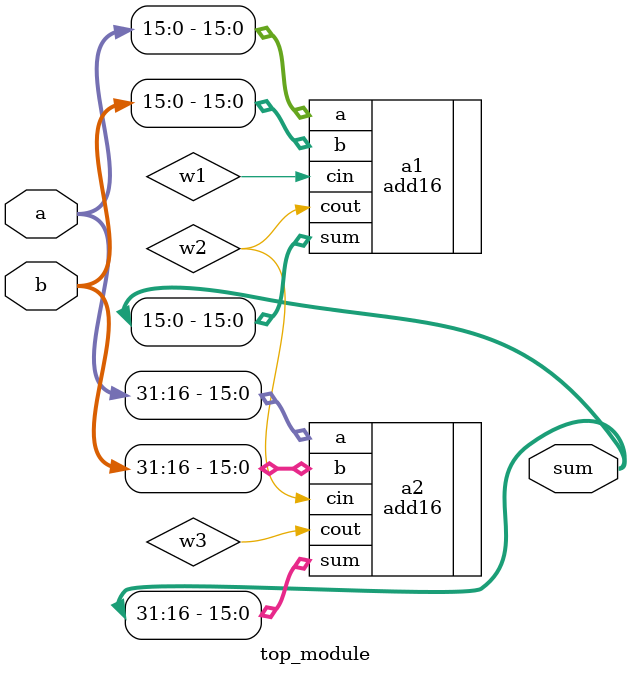
<source format=v>
module top_module(
    input [31:0] a,
    input [31:0] b,
    output [31:0] sum
);
    wire w1,w2,w3;
    add16 a1(.a(a[15:0]),.b(b[15:0]),.cin(w1),.sum(sum[15:0]),.cout(w2));
    add16 a2(.a(a[31:16]),.b(b[31:16]),.cin(w2),.sum(sum[31:16]),.cout(w3));
    
endmodule

</source>
